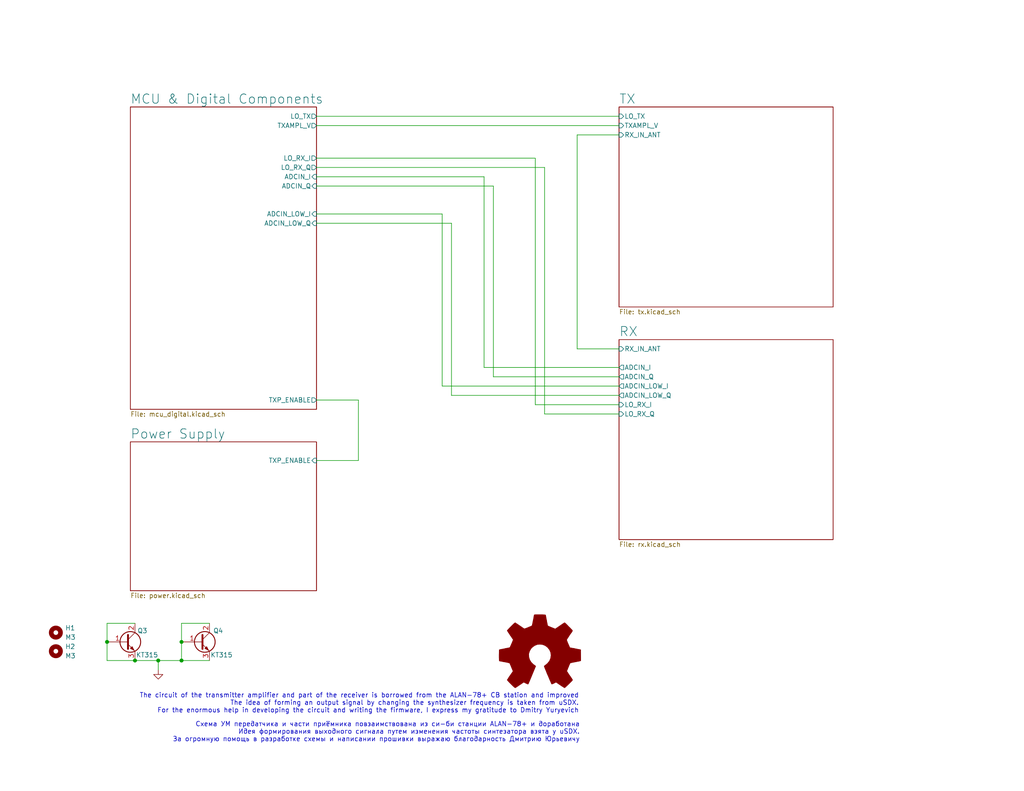
<source format=kicad_sch>
(kicad_sch (version 20231120) (generator "eeschema") (generator_version "8.0")
  (paper "USLetter")
  (title_block (title "CBModem") (date "2024-12-28") (rev "1") (company "indir"))
  (lib_symbols
    (symbol "Device:Q_NPN_BCE" (pin_names (offset 0) hide)
      (property "Reference" "Q" (at 5.08 1.27 0))
      (property "Value" "Q_NPN_BCE" (at 5.08 -1.27 0))
      (symbol "Q_NPN_BCE_0_1"
        (polyline (pts (xy 0.635 0.635) (xy 2.54 2.54)))
        (polyline (pts (xy 0.635 -0.635) (xy 2.54 -2.54) (xy 2.54 -2.54)))
        (polyline (pts (xy 0.635 1.905) (xy 0.635 -1.905) (xy 0.635 -1.905)) (stroke (width 0.508)))
        (polyline (pts (xy 1.27 -1.778) (xy 1.778 -1.27) (xy 2.286 -2.286) (xy 1.27 -1.778) (xy 1.27 -1.778)) (fill (type outline)))
        (circle (center 1.27 0) (radius 2.8194) (stroke (width 0.254)))
      )
      (symbol "Q_NPN_BCE_1_1"
        (pin input line (at -5.08 0 0) (length 5.715) (name "B") (number "1"))
        (pin passive line (at 2.54 5.08 270) (length 2.54) (name "C") (number "2"))
        (pin passive line (at 2.54 -5.08 90) (length 2.54) (name "E") (number "3"))
      )
    )
    (symbol "Graphic:Logo_Open_Hardware_Large" (pin_names (offset 1.016))
      (symbol "Logo_Open_Hardware_Large_1_1"
        (polyline (pts (xy 6.731 -8.7122) (xy 6.6294 -8.6614) (xy 6.35 -8.4836) (xy 5.9944 -8.255) (xy 5.5372 -7.9502) (xy 5.1054 -7.6454) (xy 4.7498 -7.4168) (xy 4.4958 -7.239) (xy 4.3942 -7.1882) (xy 4.318 -7.2136) (xy 4.1148 -7.3152) (xy 3.81 -7.4676) (xy 3.6322 -7.5692) (xy 3.3528 -7.6708) (xy 3.2258 -7.6962) (xy 3.2004 -7.6708) (xy 3.0988 -7.4676) (xy 2.9464 -7.0866) (xy 2.7178 -6.604) (xy 2.4892 -6.0452) (xy 2.2352 -5.4356) (xy 1.9558 -4.826) (xy 1.7272 -4.2164) (xy 1.4986 -3.683) (xy 1.3208 -3.2512) (xy 1.2192 -2.9464) (xy 1.1684 -2.8194) (xy 1.1938 -2.794) (xy 1.3208 -2.667) (xy 1.5748 -2.4892) (xy 2.0828 -2.0574) (xy 2.6162 -1.397) (xy 2.921 -0.6604) (xy 3.048 0.1524) (xy 2.9464 0.9144) (xy 2.6416 1.6256) (xy 2.1336 2.286) (xy 1.524 2.7686) (xy 0.8128 3.0734) (xy 0 3.175) (xy -0.762 3.0988) (xy -1.4986 2.794) (xy -2.159 2.286) (xy -2.4384 1.9812) (xy -2.8194 1.3208) (xy -3.048 0.6096) (xy -3.0734 0.4318) (xy -3.0226 -0.3556) (xy -2.794 -1.0922) (xy -2.3876 -1.7526) (xy -1.8288 -2.3114) (xy -1.7526 -2.3622) (xy -1.4732 -2.5654) (xy -1.2954 -2.6924) (xy -1.1684 -2.8194) (xy -2.159 -5.207) (xy -2.3114 -5.588) (xy -2.5908 -6.2484) (xy -2.8194 -6.8072) (xy -3.0226 -7.2644) (xy -3.1496 -7.5692) (xy -3.2258 -7.6708) (xy -3.2258 -7.6962) (xy -3.302 -7.6962) (xy -3.4798 -7.6454) (xy -3.8354 -7.4676) (xy -4.0386 -7.366) (xy -4.2926 -7.239) (xy -4.4196 -7.1882) (xy -4.5212 -7.239) (xy -4.7498 -7.3914) (xy -5.1054 -7.6454) (xy -5.5372 -7.9248) (xy -5.9436 -8.2042) (xy -6.3246 -8.4582) (xy -6.604 -8.636) (xy -6.731 -8.7122) (xy -6.7564 -8.7122) (xy -6.858 -8.636) (xy -7.0866 -8.4582) (xy -7.4168 -8.1534) (xy -7.874 -7.6962) (xy -7.9502 -7.62) (xy -8.3312 -7.239) (xy -8.636 -6.9088) (xy -8.8392 -6.6802) (xy -8.9154 -6.5786) (xy -8.9154 -6.5786) (xy -8.8392 -6.4516) (xy -8.6614 -6.1722) (xy -8.4328 -5.7912) (xy -8.128 -5.3594) (xy -7.3152 -4.191) (xy -7.7724 -3.0988) (xy -7.8994 -2.7686) (xy -8.0772 -2.3622) (xy -8.2042 -2.0828) (xy -8.255 -1.9558) (xy -8.382 -1.905) (xy -8.6614 -1.8542) (xy -9.0932 -1.7526) (xy -9.6266 -1.651) (xy -10.1092 -1.5748) (xy -10.541 -1.4732) (xy -10.8712 -1.4224) (xy -11.0236 -1.397) (xy -11.049 -1.3716) (xy -11.0744 -1.2954) (xy -11.0998 -1.143) (xy -11.0998 -0.889) (xy -11.1252 -0.4572) (xy -11.1252 0.1524) (xy -11.1252 0.2286) (xy -11.0998 0.8128) (xy -11.0998 1.27) (xy -11.0744 1.5494) (xy -11.0744 1.6764) (xy -11.0744 1.6764) (xy -10.922 1.7018) (xy -10.6172 1.778) (xy -10.16 1.8542) (xy -9.652 1.9558) (xy -9.6012 1.9812) (xy -9.0932 2.0828) (xy -8.636 2.159) (xy -8.3312 2.2352) (xy -8.2042 2.286) (xy -8.1788 2.3114) (xy -8.0772 2.5146) (xy -7.9248 2.8448) (xy -7.747 3.2512) (xy -7.5692 3.6576) (xy -7.4168 4.0386) (xy -7.3152 4.318) (xy -7.2898 4.445) (xy -7.2898 4.445) (xy -7.366 4.572) (xy -7.5438 4.826) (xy -7.7978 5.207) (xy -8.128 5.6642) (xy -8.128 5.6896) (xy -8.4328 6.1468) (xy -8.6868 6.5278) (xy -8.8392 6.7818) (xy -8.9154 6.9088) (xy -8.9154 6.9088) (xy -8.8138 7.0358) (xy -8.5852 7.2898) (xy -8.255 7.6454) (xy -7.874 8.0264) (xy -7.747 8.1534) (xy -7.3152 8.5852) (xy -7.0104 8.8646) (xy -6.8326 8.9916) (xy -6.731 9.0424) (xy -6.731 9.0424) (xy -6.604 8.9408) (xy -6.3246 8.763) (xy -5.9436 8.509) (xy -5.4864 8.2042) (xy -5.461 8.1788) (xy -5.0038 7.874) (xy -4.6482 7.62) (xy -4.3688 7.4422) (xy -4.2672 7.3914) (xy -4.2418 7.3914) (xy -4.064 7.4422) (xy -3.7338 7.5438) (xy -3.3528 7.6962) (xy -2.9464 7.874) (xy -2.5654 8.0264) (xy -2.286 8.1534) (xy -2.159 8.2296) (xy -2.159 8.2296) (xy -2.1082 8.382) (xy -2.032 8.7122) (xy -1.9304 9.1694) (xy -1.8288 9.7282) (xy -1.8034 9.8044) (xy -1.7018 10.3378) (xy -1.6256 10.7696) (xy -1.5748 11.0744) (xy -1.524 11.2014) (xy -1.4478 11.2268) (xy -1.1938 11.2522) (xy -0.8128 11.2522) (xy -0.3302 11.2522) (xy 0.1524 11.2522) (xy 0.6604 11.2522) (xy 1.0668 11.2268) (xy 1.3716 11.2014) (xy 1.4986 11.176) (xy 1.4986 11.176) (xy 1.5494 11.0236) (xy 1.6256 10.6934) (xy 1.7018 10.2108) (xy 1.8288 9.6774) (xy 1.8288 9.5758) (xy 1.9304 9.0424) (xy 2.032 8.6106) (xy 2.0828 8.3058) (xy 2.1336 8.2042) (xy 2.159 8.1788) (xy 2.3876 8.0772) (xy 2.7432 7.9248) (xy 3.175 7.747) (xy 4.191 7.3406) (xy 5.461 8.2042) (xy 5.5626 8.2804) (xy 6.0198 8.5852) (xy 6.3754 8.8392) (xy 6.6294 8.9916) (xy 6.7564 9.0424) (xy 6.7564 9.0424) (xy 6.8834 8.9408) (xy 7.1374 8.7122) (xy 7.4676 8.382) (xy 7.8486 7.9756) (xy 8.1534 7.6962) (xy 8.4836 7.3406) (xy 8.7122 7.112) (xy 8.8392 6.9596) (xy 8.8646 6.858) (xy 8.8646 6.8072) (xy 8.7884 6.6802) (xy 8.6106 6.4008) (xy 8.3312 6.0198) (xy 8.0264 5.588) (xy 7.7978 5.207) (xy 7.5184 4.8006) (xy 7.3406 4.4958) (xy 7.2898 4.3434) (xy 7.2898 4.2926) (xy 7.3914 4.0386) (xy 7.5184 3.683) (xy 7.7216 3.2258) (xy 8.1534 2.2352) (xy 8.7884 2.1082) (xy 9.1948 2.0574) (xy 9.7536 1.9304) (xy 10.2616 1.8288) (xy 11.0998 1.6764) (xy 11.1252 -1.3208) (xy 10.9982 -1.3716) (xy 10.8712 -1.397) (xy 10.5664 -1.4732) (xy 10.1346 -1.5494) (xy 9.6266 -1.651) (xy 9.1948 -1.7272) (xy 8.7376 -1.8288) (xy 8.4328 -1.8796) (xy 8.2804 -1.905) (xy 8.255 -1.9558) (xy 8.1534 -2.159) (xy 7.9756 -2.5146) (xy 7.8232 -2.921) (xy 7.6454 -3.3274) (xy 7.493 -3.7338) (xy 7.366 -4.0132) (xy 7.3406 -4.191) (xy 7.3914 -4.2926) (xy 7.5692 -4.5466) (xy 7.7978 -4.9276) (xy 8.1026 -5.3594) (xy 8.4074 -5.7912) (xy 8.6614 -6.1722) (xy 8.8138 -6.4262) (xy 8.89 -6.5532) (xy 8.8646 -6.6548) (xy 8.6868 -6.858) (xy 8.3566 -7.1882) (xy 7.874 -7.6708) (xy 7.7978 -7.747) (xy 7.3914 -8.128) (xy 7.0612 -8.4328) (xy 6.8326 -8.636) (xy 6.731 -8.7122)) (fill (type outline)))
      )
    )
    (symbol "Mechanical:MountingHole" (pin_names (offset 1.016))
      (property "Reference" "H" (at 0 5.08 0))
      (property "Value" "MountingHole" (at 0 3.175 0))
      (symbol "MountingHole_0_1"
        (circle (center 0 0) (radius 1.27) (stroke (width 1.27)))
      )
    )
    (symbol "power:GND" (power) (pin_names (offset 0))
      (property "Value" "GND" (at 0 -3.81 0))
      (symbol "GND_0_1"
        (polyline (pts (xy 0 0) (xy 0 -1.27) (xy 1.27 -1.27) (xy 0 -2.54) (xy -1.27 -1.27) (xy 0 -1.27)))
      )
      (symbol "GND_1_1"
        (pin power_in line (at 0 0 270) (length 0) hide (name "GND") (number "1"))
      )
    )
  )
  (junction (at 36.83 180.34))
  (junction (at 49.53 180.34))
  (junction (at 29.21 175.26))
  (junction (at 49.53 175.26))
  (junction (at 43.18 180.34))
  (wire (pts (xy 132.08 100.33) (xy 132.08 48.26)))
  (wire (pts (xy 86.36 34.29) (xy 168.91 34.29)))
  (wire (pts (xy 134.62 102.87) (xy 134.62 50.8)))
  (wire (pts (xy 168.91 100.33) (xy 132.08 100.33)))
  (wire (pts (xy 146.05 43.18) (xy 146.05 110.49)))
  (wire (pts (xy 36.83 180.34) (xy 29.21 180.34)))
  (wire (pts (xy 132.08 48.26) (xy 86.36 48.26)))
  (wire (pts (xy 168.91 105.41) (xy 120.65 105.41)))
  (wire (pts (xy 86.36 60.96) (xy 123.19 60.96)))
  (wire (pts (xy 168.91 113.03) (xy 148.59 113.03)))
  (wire (pts (xy 146.05 110.49) (xy 168.91 110.49)))
  (wire (pts (xy 29.21 180.34) (xy 29.21 175.26)))
  (wire (pts (xy 36.83 170.18) (xy 29.21 170.18)))
  (wire (pts (xy 157.48 36.83) (xy 157.48 95.25)))
  (wire (pts (xy 134.62 50.8) (xy 86.36 50.8)))
  (wire (pts (xy 148.59 113.03) (xy 148.59 45.72)))
  (wire (pts (xy 168.91 102.87) (xy 134.62 102.87)))
  (wire (pts (xy 97.79 109.22) (xy 97.79 125.73)))
  (wire (pts (xy 57.15 180.34) (xy 49.53 180.34)))
  (wire (pts (xy 120.65 58.42) (xy 86.36 58.42)))
  (wire (pts (xy 157.48 95.25) (xy 168.91 95.25)))
  (wire (pts (xy 123.19 60.96) (xy 123.19 107.95)))
  (wire (pts (xy 123.19 107.95) (xy 168.91 107.95)))
  (wire (pts (xy 49.53 175.26) (xy 49.53 170.18)))
  (wire (pts (xy 29.21 170.18) (xy 29.21 175.26)))
  (wire (pts (xy 86.36 31.75) (xy 168.91 31.75)))
  (wire (pts (xy 86.36 109.22) (xy 97.79 109.22)))
  (wire (pts (xy 148.59 45.72) (xy 86.36 45.72)))
  (wire (pts (xy 97.79 125.73) (xy 86.36 125.73)))
  (wire (pts (xy 49.53 180.34) (xy 49.53 175.26)))
  (wire (pts (xy 168.91 36.83) (xy 157.48 36.83)))
  (wire (pts (xy 120.65 105.41) (xy 120.65 58.42)))
  (wire (pts (xy 43.18 182.88) (xy 43.18 180.34)))
  (wire (pts (xy 49.53 170.18) (xy 57.15 170.18)))
  (wire (pts (xy 86.36 43.18) (xy 146.05 43.18)))
  (wire (pts (xy 43.18 180.34) (xy 49.53 180.34)))
  (wire (pts (xy 36.83 180.34) (xy 43.18 180.34)))
  (text "The circuit of the transmitter amplifier and part of the receiver is borrowed from the ALAN-78+ CB station and improved\nThe idea of ​​forming an output signal by changing the synthesizer frequency is taken from uSDX.\nFor the enormous help in developing the circuit and writing the firmware, I express my gratitude to Dmitry Yuryevich" (at 157.988 194.818 0) (effects (font (size 1.27 1.27)) (justify right bottom)))
  (text "Схема УМ передатчика и части приёмника повзаимствована из си-би станции ALAN-78+ и доработана\nИдея формирования выходного сигнала путем изменения частоты синтезатора взята у uSDX.\nЗа огромную помощь в разработке схемы и написании прошивки выражаю благодарность Дмитрию Юрьевичу" (at 158.242 202.692 0) (effects (font (size 1.27 1.27)) (justify right bottom)))
  (symbol (lib_id "Graphic:Logo_Open_Hardware_Large") (at 147.32 179.07 0) (unit 1)
    (property "Reference" "LOGO1" (effects (hide yes)))
    (property "Value" "Logo_Open_Hardware_Large" (effects (hide yes)))
    (property "Footprint" "Symbol:OSHW-Logo2_7.3x6mm_SilkScreen" (effects (hide yes)))
  )
  (symbol (lib_id "Mechanical:MountingHole") (at 15.24 177.8 0) (unit 1)
    (property "Reference" "H2" (at 17.78 176.5299 0) (effects (justify left)))
    (property "Value" "M3" (at 17.78 179.0699 0) (effects (justify left)))
    (property "Footprint" "MountingHole:MountingHole_3.2mm_M3" (effects (hide yes)))
  )
  (symbol (lib_id "Device:Q_NPN_BCE") (at 34.29 175.26 0) (unit 1)
    (property "Reference" "Q3" (at 38.862 172.212 0))
    (property "Value" "KT315" (at 40.132 178.816 0))
    (property "Footprint" "communicator_27mhz_custompcb:KT-13" (effects (hide yes)))
  )
  (symbol (lib_id "power:GND") (at 43.18 182.88 0) (mirror y) (unit 1)
    (property "Reference" "#PWR018" (effects (hide yes)))
    (property "Value" "GND" (effects (hide yes)))
  )
  (symbol (lib_id "Device:Q_NPN_BCE") (at 54.61 175.26 0) (unit 1)
    (property "Reference" "Q4" (at 58.166 172.212 0) (effects (justify left)))
    (property "Value" "KT315" (at 57.404 178.816 0) (effects (justify left)))
    (property "Footprint" "communicator_27mhz_custompcb:KT-13" (effects (hide yes)))
  )
  (symbol (lib_id "Mechanical:MountingHole") (at 15.24 172.72 0) (unit 1)
    (property "Reference" "H1" (at 17.78 171.4499 0) (effects (justify left)))
    (property "Value" "M3" (at 17.78 173.9899 0) (effects (justify left)))
    (property "Footprint" "MountingHole:MountingHole_3.2mm_M3" (effects (hide yes)))
  )
  (sheet (at 35.56 120.65) (size 50.8 40.64) (stroke (width 0.1524))
    (property "Sheetname" "Power Supply" (at 35.56 119.9384 0) (effects (font (size 2.54 2.54)) (justify left bottom)))
    (property "Sheetfile" "power.kicad_sch" (at 35.56 161.8746 0) (effects (justify left top)))
    (pin "TXP_ENABLE" input (at 86.36 125.73 0))
  )
  (sheet (at 35.56 29.21) (size 50.8 82.55) (stroke (width 0.1524))
    (property "Sheetname" "MCU & Digital Components" (at 35.56 28.4984 0) (effects (font (size 2.54 2.54)) (justify left bottom)))
    (property "Sheetfile" "mcu_digital.kicad_sch" (at 35.56 112.3446 0) (effects (justify left top)))
    (pin "LO_TX" output (at 86.36 31.75 0))
    (pin "TXAMPL_V" output (at 86.36 34.29 0))
    (pin "LO_RX_I" output (at 86.36 43.18 0))
    (pin "LO_RX_Q" output (at 86.36 45.72 0))
    (pin "ADCIN_I" input (at 86.36 48.26 0))
    (pin "ADCIN_Q" input (at 86.36 50.8 0))
    (pin "TXP_ENABLE" output (at 86.36 109.22 0))
    (pin "ADCIN_LOW_Q" input (at 86.36 60.96 0))
    (pin "ADCIN_LOW_I" input (at 86.36 58.42 0))
  )
  (sheet (at 168.91 92.71) (size 58.42 54.61) (stroke (width 0.1524))
    (property "Sheetname" "RX" (at 168.91 91.9984 0) (effects (font (size 2.54 2.54)) (justify left bottom)))
    (property "Sheetfile" "rx.kicad_sch" (at 168.91 147.9046 0) (effects (justify left top)))
    (pin "ADCIN_I" output (at 168.91 100.33 180))
    (pin "ADCIN_Q" output (at 168.91 102.87 180))
    (pin "ADCIN_LOW_I" output (at 168.91 105.41 180))
    (pin "ADCIN_LOW_Q" output (at 168.91 107.95 180))
    (pin "LO_RX_Q" input (at 168.91 113.03 180))
    (pin "LO_RX_I" input (at 168.91 110.49 180))
    (pin "RX_IN_ANT" input (at 168.91 95.25 180))
  )
  (sheet (at 168.91 29.21) (size 58.42 54.61) (stroke (width 0.1524))
    (property "Sheetname" "TX" (at 168.91 28.4984 0) (effects (font (size 2.54 2.54)) (justify left bottom)))
    (property "Sheetfile" "tx.kicad_sch" (at 168.91 84.4046 0) (effects (justify left top)))
    (pin "RX_IN_ANT" input (at 168.91 36.83 180))
    (pin "TXAMPL_V" input (at 168.91 34.29 180))
    (pin "LO_TX" input (at 168.91 31.75 180))
  )
)
</source>
